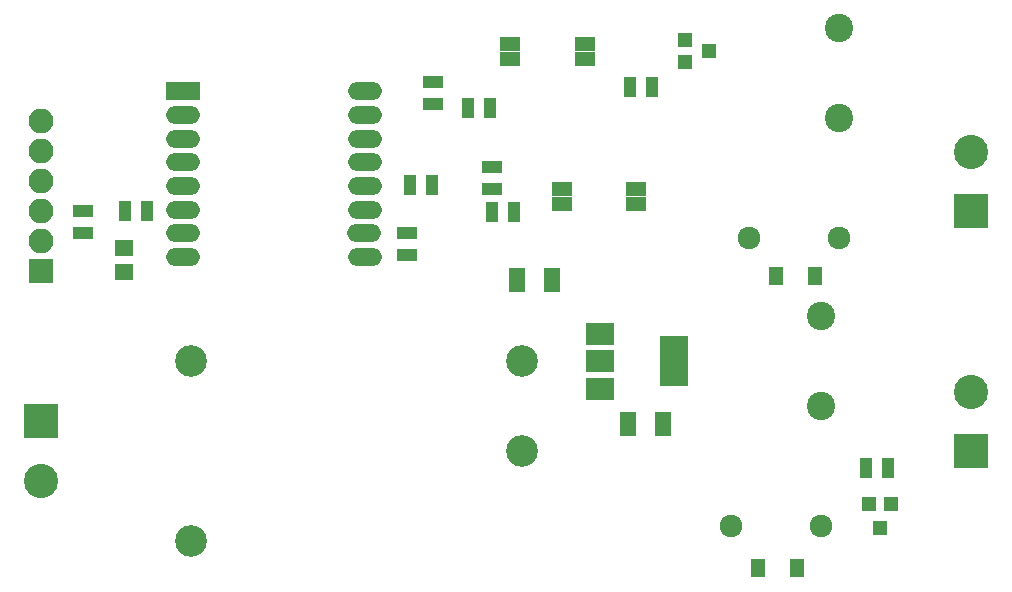
<source format=gts>
G04 #@! TF.FileFunction,Soldermask,Top*
%FSLAX46Y46*%
G04 Gerber Fmt 4.6, Leading zero omitted, Abs format (unit mm)*
G04 Created by KiCad (PCBNEW 4.0.6) date 04/16/17 19:40:35*
%MOMM*%
%LPD*%
G01*
G04 APERTURE LIST*
%ADD10C,0.100000*%
%ADD11R,1.700000X1.200000*%
%ADD12R,2.400000X4.200000*%
%ADD13R,2.400000X1.900000*%
%ADD14R,2.900000X1.500000*%
%ADD15O,2.900000X1.500000*%
%ADD16R,1.400000X2.000000*%
%ADD17R,1.650000X1.400000*%
%ADD18R,2.900000X2.900000*%
%ADD19C,2.900000*%
%ADD20R,2.100000X2.100000*%
%ADD21O,2.100000X2.100000*%
%ADD22R,1.100000X1.700000*%
%ADD23R,1.700000X1.100000*%
%ADD24C,1.920000*%
%ADD25C,2.400000*%
%ADD26C,2.690000*%
%ADD27R,1.300000X1.600000*%
%ADD28R,1.300000X1.200000*%
%ADD29R,1.200000X1.300000*%
G04 APERTURE END LIST*
D10*
D11*
X104825400Y-80335200D03*
X104825400Y-81615200D03*
X111125400Y-81615200D03*
X111125400Y-80335200D03*
X109219600Y-92578000D03*
X109219600Y-93858000D03*
X115519600Y-93858000D03*
X115519600Y-92578000D03*
D12*
X118720000Y-107188000D03*
D13*
X112420000Y-107188000D03*
X112420000Y-109488000D03*
X112420000Y-104888000D03*
D14*
X77125600Y-84328000D03*
D15*
X77125600Y-86328000D03*
X77125600Y-88328000D03*
X77125600Y-90328000D03*
X77125600Y-92328000D03*
X77125600Y-94328000D03*
X77125600Y-96328000D03*
X77125600Y-98328000D03*
X92525600Y-98328000D03*
X92425600Y-96328000D03*
X92525600Y-94328000D03*
X92525600Y-92328000D03*
X92525600Y-90328000D03*
X92525600Y-88328000D03*
X92525600Y-86328000D03*
X92525600Y-84328000D03*
D16*
X114781200Y-112496600D03*
X117781200Y-112496600D03*
X108408600Y-100330000D03*
X105408600Y-100330000D03*
D17*
X72136000Y-97577400D03*
X72136000Y-99577400D03*
D18*
X65125600Y-112268000D03*
D19*
X65125600Y-117268000D03*
D20*
X65125600Y-99568000D03*
D21*
X65125600Y-97028000D03*
X65125600Y-94488000D03*
X65125600Y-91948000D03*
X65125600Y-89408000D03*
X65125600Y-86868000D03*
D18*
X143865600Y-94488000D03*
D19*
X143865600Y-89488000D03*
D18*
X143865600Y-114808000D03*
D19*
X143865600Y-109808000D03*
D22*
X72176600Y-94488000D03*
X74076600Y-94488000D03*
D23*
X68681600Y-94427000D03*
X68681600Y-96327000D03*
X96062800Y-96306600D03*
X96062800Y-98206600D03*
D22*
X98232000Y-92252800D03*
X96332000Y-92252800D03*
D23*
X98272600Y-85405000D03*
X98272600Y-83505000D03*
X103301800Y-92618600D03*
X103301800Y-90718600D03*
D22*
X103159600Y-85725000D03*
X101259600Y-85725000D03*
X105191600Y-94538800D03*
X103291600Y-94538800D03*
X116875600Y-83947000D03*
X114975600Y-83947000D03*
X136814600Y-116205000D03*
X134914600Y-116205000D03*
D24*
X132689600Y-96774000D03*
D25*
X132689600Y-86614000D03*
X132689600Y-78994000D03*
D24*
X125069600Y-96774000D03*
X131165600Y-121158000D03*
D25*
X131165600Y-110998000D03*
X131165600Y-103378000D03*
D24*
X123545600Y-121158000D03*
D26*
X77825600Y-107188000D03*
X77825600Y-122388000D03*
X105825600Y-107188000D03*
X105825600Y-114788000D03*
D27*
X130656600Y-99949000D03*
X127356600Y-99949000D03*
X129132600Y-124714000D03*
X125832600Y-124714000D03*
D28*
X119650000Y-79949000D03*
X119650000Y-81849000D03*
X121650000Y-80899000D03*
D29*
X137068600Y-119269000D03*
X135168600Y-119269000D03*
X136118600Y-121269000D03*
M02*

</source>
